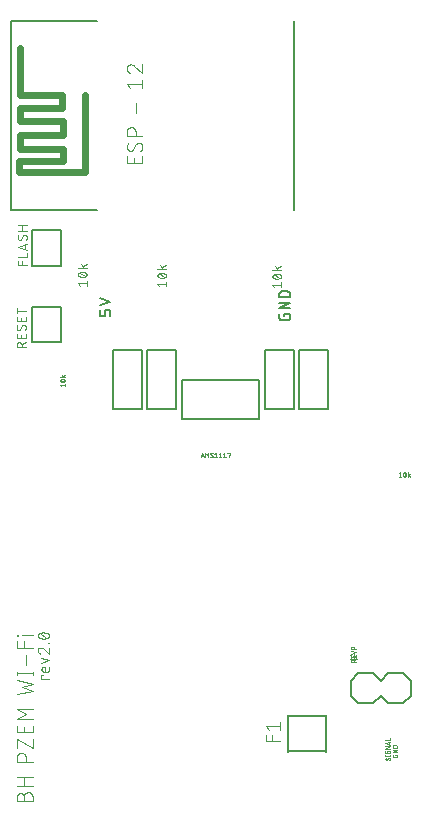
<source format=gbr>
G04 EAGLE Gerber RS-274X export*
G75*
%MOMM*%
%FSLAX34Y34*%
%LPD*%
%INSilkscreen Top*%
%IPPOS*%
%AMOC8*
5,1,8,0,0,1.08239X$1,22.5*%
G01*
%ADD10C,0.127000*%
%ADD11C,0.101600*%
%ADD12C,0.076200*%
%ADD13C,0.025400*%
%ADD14C,0.609600*%
%ADD15C,0.203200*%
%ADD16C,0.152400*%


D10*
X84711Y445243D02*
X84711Y448206D01*
X84709Y448295D01*
X84703Y448383D01*
X84693Y448471D01*
X84679Y448559D01*
X84661Y448646D01*
X84640Y448732D01*
X84614Y448817D01*
X84585Y448900D01*
X84552Y448983D01*
X84515Y449063D01*
X84475Y449142D01*
X84431Y449219D01*
X84384Y449295D01*
X84334Y449367D01*
X84280Y449438D01*
X84223Y449506D01*
X84163Y449572D01*
X84101Y449634D01*
X84035Y449694D01*
X83967Y449751D01*
X83896Y449805D01*
X83824Y449855D01*
X83749Y449902D01*
X83671Y449946D01*
X83592Y449986D01*
X83512Y450023D01*
X83429Y450056D01*
X83346Y450085D01*
X83261Y450111D01*
X83175Y450132D01*
X83088Y450150D01*
X83000Y450164D01*
X82912Y450174D01*
X82824Y450180D01*
X82735Y450182D01*
X81748Y450182D01*
X81662Y450180D01*
X81576Y450174D01*
X81490Y450165D01*
X81405Y450152D01*
X81320Y450135D01*
X81237Y450115D01*
X81154Y450091D01*
X81072Y450063D01*
X80992Y450032D01*
X80913Y449997D01*
X80836Y449959D01*
X80760Y449917D01*
X80686Y449873D01*
X80615Y449825D01*
X80545Y449774D01*
X80478Y449720D01*
X80413Y449663D01*
X80351Y449603D01*
X80291Y449541D01*
X80234Y449476D01*
X80180Y449409D01*
X80129Y449339D01*
X80081Y449268D01*
X80037Y449194D01*
X79995Y449118D01*
X79957Y449041D01*
X79922Y448962D01*
X79891Y448882D01*
X79863Y448800D01*
X79839Y448717D01*
X79819Y448634D01*
X79802Y448549D01*
X79789Y448464D01*
X79780Y448378D01*
X79774Y448292D01*
X79772Y448206D01*
X79772Y445243D01*
X75821Y445243D01*
X75821Y450182D01*
X75821Y453893D02*
X84711Y456856D01*
X75821Y459820D01*
X231767Y446426D02*
X231767Y444944D01*
X231767Y446426D02*
X236706Y446426D01*
X236706Y443462D01*
X236704Y443373D01*
X236698Y443285D01*
X236688Y443197D01*
X236674Y443109D01*
X236656Y443022D01*
X236635Y442936D01*
X236609Y442851D01*
X236580Y442768D01*
X236547Y442685D01*
X236510Y442605D01*
X236470Y442526D01*
X236426Y442449D01*
X236379Y442373D01*
X236329Y442301D01*
X236275Y442230D01*
X236218Y442162D01*
X236158Y442096D01*
X236096Y442034D01*
X236030Y441974D01*
X235962Y441917D01*
X235891Y441863D01*
X235819Y441813D01*
X235744Y441766D01*
X235666Y441722D01*
X235587Y441682D01*
X235507Y441645D01*
X235424Y441612D01*
X235341Y441583D01*
X235256Y441557D01*
X235170Y441536D01*
X235083Y441518D01*
X234995Y441504D01*
X234907Y441494D01*
X234819Y441488D01*
X234730Y441486D01*
X234730Y441487D02*
X229791Y441487D01*
X229791Y441486D02*
X229702Y441488D01*
X229614Y441494D01*
X229526Y441504D01*
X229438Y441518D01*
X229351Y441536D01*
X229265Y441557D01*
X229180Y441583D01*
X229097Y441612D01*
X229014Y441645D01*
X228934Y441682D01*
X228855Y441722D01*
X228778Y441766D01*
X228702Y441813D01*
X228630Y441863D01*
X228559Y441917D01*
X228491Y441974D01*
X228425Y442034D01*
X228363Y442096D01*
X228303Y442162D01*
X228246Y442230D01*
X228192Y442301D01*
X228142Y442373D01*
X228095Y442448D01*
X228051Y442526D01*
X228011Y442605D01*
X227974Y442685D01*
X227941Y442768D01*
X227912Y442851D01*
X227886Y442936D01*
X227865Y443022D01*
X227847Y443109D01*
X227833Y443197D01*
X227823Y443285D01*
X227817Y443373D01*
X227815Y443462D01*
X227816Y443462D02*
X227816Y446426D01*
X227816Y451240D02*
X236706Y451240D01*
X236706Y456179D02*
X227816Y451240D01*
X227816Y456179D02*
X236706Y456179D01*
X236706Y460994D02*
X227816Y460994D01*
X227816Y463463D01*
X227818Y463560D01*
X227824Y463657D01*
X227833Y463753D01*
X227846Y463849D01*
X227863Y463945D01*
X227884Y464039D01*
X227909Y464133D01*
X227937Y464226D01*
X227969Y464318D01*
X228004Y464408D01*
X228043Y464497D01*
X228085Y464584D01*
X228131Y464669D01*
X228180Y464753D01*
X228232Y464835D01*
X228288Y464914D01*
X228346Y464992D01*
X228408Y465066D01*
X228472Y465139D01*
X228539Y465209D01*
X228609Y465276D01*
X228682Y465340D01*
X228756Y465402D01*
X228834Y465460D01*
X228913Y465516D01*
X228995Y465568D01*
X229079Y465617D01*
X229164Y465663D01*
X229251Y465705D01*
X229340Y465744D01*
X229430Y465779D01*
X229522Y465811D01*
X229615Y465839D01*
X229709Y465864D01*
X229803Y465885D01*
X229899Y465902D01*
X229995Y465915D01*
X230091Y465924D01*
X230188Y465930D01*
X230285Y465932D01*
X230285Y465933D02*
X234236Y465933D01*
X234236Y465932D02*
X234333Y465930D01*
X234430Y465924D01*
X234526Y465915D01*
X234622Y465902D01*
X234718Y465885D01*
X234812Y465864D01*
X234906Y465839D01*
X234999Y465811D01*
X235091Y465779D01*
X235181Y465744D01*
X235270Y465705D01*
X235357Y465663D01*
X235442Y465617D01*
X235526Y465568D01*
X235608Y465516D01*
X235687Y465460D01*
X235765Y465402D01*
X235839Y465340D01*
X235912Y465276D01*
X235982Y465209D01*
X236049Y465139D01*
X236113Y465066D01*
X236175Y464992D01*
X236233Y464914D01*
X236289Y464835D01*
X236341Y464753D01*
X236390Y464669D01*
X236436Y464584D01*
X236478Y464497D01*
X236517Y464408D01*
X236552Y464318D01*
X236584Y464226D01*
X236612Y464133D01*
X236637Y464039D01*
X236658Y463945D01*
X236675Y463849D01*
X236688Y463753D01*
X236697Y463657D01*
X236703Y463560D01*
X236705Y463463D01*
X236706Y463463D02*
X236706Y460994D01*
D11*
X11458Y38014D02*
X11458Y34346D01*
X11458Y38014D02*
X11460Y38134D01*
X11466Y38254D01*
X11476Y38374D01*
X11489Y38493D01*
X11507Y38612D01*
X11528Y38730D01*
X11554Y38847D01*
X11583Y38964D01*
X11616Y39079D01*
X11653Y39193D01*
X11693Y39306D01*
X11737Y39418D01*
X11785Y39528D01*
X11836Y39637D01*
X11891Y39744D01*
X11950Y39848D01*
X12011Y39951D01*
X12076Y40052D01*
X12145Y40151D01*
X12216Y40248D01*
X12291Y40342D01*
X12368Y40433D01*
X12449Y40522D01*
X12533Y40608D01*
X12619Y40692D01*
X12708Y40773D01*
X12799Y40850D01*
X12893Y40925D01*
X12990Y40996D01*
X13089Y41065D01*
X13190Y41130D01*
X13293Y41191D01*
X13397Y41250D01*
X13504Y41305D01*
X13613Y41356D01*
X13723Y41404D01*
X13835Y41448D01*
X13948Y41488D01*
X14062Y41525D01*
X14177Y41558D01*
X14294Y41587D01*
X14411Y41613D01*
X14529Y41634D01*
X14648Y41652D01*
X14767Y41665D01*
X14887Y41675D01*
X15007Y41681D01*
X15127Y41683D01*
X15247Y41681D01*
X15367Y41675D01*
X15487Y41665D01*
X15606Y41652D01*
X15725Y41634D01*
X15843Y41613D01*
X15960Y41587D01*
X16077Y41558D01*
X16192Y41525D01*
X16306Y41488D01*
X16419Y41448D01*
X16531Y41404D01*
X16641Y41356D01*
X16750Y41305D01*
X16857Y41250D01*
X16962Y41191D01*
X17064Y41130D01*
X17165Y41065D01*
X17264Y40996D01*
X17361Y40925D01*
X17455Y40850D01*
X17546Y40773D01*
X17635Y40692D01*
X17721Y40608D01*
X17805Y40522D01*
X17886Y40433D01*
X17963Y40342D01*
X18038Y40248D01*
X18109Y40151D01*
X18178Y40052D01*
X18243Y39951D01*
X18304Y39849D01*
X18363Y39744D01*
X18418Y39637D01*
X18469Y39528D01*
X18517Y39418D01*
X18561Y39306D01*
X18601Y39193D01*
X18638Y39079D01*
X18671Y38964D01*
X18700Y38847D01*
X18726Y38730D01*
X18747Y38612D01*
X18765Y38493D01*
X18778Y38374D01*
X18788Y38254D01*
X18794Y38134D01*
X18796Y38014D01*
X18796Y34346D01*
X5588Y34346D01*
X5588Y38014D01*
X5590Y38121D01*
X5596Y38228D01*
X5606Y38335D01*
X5619Y38441D01*
X5637Y38547D01*
X5658Y38652D01*
X5683Y38756D01*
X5712Y38860D01*
X5745Y38962D01*
X5782Y39062D01*
X5822Y39162D01*
X5866Y39260D01*
X5913Y39356D01*
X5964Y39450D01*
X6018Y39543D01*
X6075Y39633D01*
X6136Y39722D01*
X6200Y39808D01*
X6267Y39891D01*
X6337Y39973D01*
X6410Y40051D01*
X6486Y40127D01*
X6564Y40200D01*
X6646Y40270D01*
X6729Y40337D01*
X6815Y40401D01*
X6904Y40462D01*
X6994Y40519D01*
X7087Y40573D01*
X7181Y40624D01*
X7277Y40671D01*
X7375Y40715D01*
X7475Y40755D01*
X7575Y40792D01*
X7677Y40825D01*
X7781Y40854D01*
X7885Y40879D01*
X7990Y40900D01*
X8096Y40918D01*
X8202Y40931D01*
X8309Y40941D01*
X8416Y40947D01*
X8523Y40949D01*
X8630Y40947D01*
X8737Y40941D01*
X8844Y40931D01*
X8950Y40918D01*
X9056Y40900D01*
X9161Y40879D01*
X9265Y40854D01*
X9369Y40825D01*
X9471Y40792D01*
X9571Y40755D01*
X9671Y40715D01*
X9769Y40671D01*
X9865Y40624D01*
X9959Y40573D01*
X10052Y40519D01*
X10142Y40462D01*
X10231Y40401D01*
X10317Y40337D01*
X10400Y40270D01*
X10482Y40200D01*
X10560Y40127D01*
X10636Y40051D01*
X10709Y39973D01*
X10779Y39891D01*
X10846Y39808D01*
X10910Y39722D01*
X10971Y39633D01*
X11028Y39543D01*
X11082Y39450D01*
X11133Y39356D01*
X11180Y39260D01*
X11224Y39162D01*
X11264Y39062D01*
X11301Y38962D01*
X11334Y38860D01*
X11363Y38756D01*
X11388Y38652D01*
X11409Y38547D01*
X11427Y38441D01*
X11440Y38335D01*
X11450Y38228D01*
X11456Y38121D01*
X11458Y38014D01*
X5588Y46968D02*
X18796Y46968D01*
X11458Y46968D02*
X11458Y54305D01*
X5588Y54305D02*
X18796Y54305D01*
X18796Y67630D02*
X5588Y67630D01*
X5588Y71299D01*
X5590Y71419D01*
X5596Y71539D01*
X5606Y71659D01*
X5619Y71778D01*
X5637Y71897D01*
X5658Y72015D01*
X5684Y72132D01*
X5713Y72249D01*
X5746Y72364D01*
X5783Y72478D01*
X5823Y72591D01*
X5867Y72703D01*
X5915Y72813D01*
X5966Y72922D01*
X6021Y73029D01*
X6080Y73134D01*
X6141Y73236D01*
X6206Y73337D01*
X6275Y73436D01*
X6346Y73533D01*
X6421Y73627D01*
X6498Y73718D01*
X6579Y73807D01*
X6663Y73893D01*
X6749Y73977D01*
X6838Y74058D01*
X6929Y74135D01*
X7023Y74210D01*
X7120Y74281D01*
X7219Y74350D01*
X7320Y74415D01*
X7423Y74476D01*
X7527Y74535D01*
X7634Y74590D01*
X7743Y74641D01*
X7853Y74689D01*
X7965Y74733D01*
X8078Y74773D01*
X8192Y74810D01*
X8307Y74843D01*
X8424Y74872D01*
X8541Y74898D01*
X8659Y74919D01*
X8778Y74937D01*
X8897Y74950D01*
X9017Y74960D01*
X9137Y74966D01*
X9257Y74968D01*
X9377Y74966D01*
X9497Y74960D01*
X9617Y74950D01*
X9736Y74937D01*
X9855Y74919D01*
X9973Y74898D01*
X10090Y74872D01*
X10207Y74843D01*
X10322Y74810D01*
X10436Y74773D01*
X10549Y74733D01*
X10661Y74689D01*
X10771Y74641D01*
X10880Y74590D01*
X10987Y74535D01*
X11092Y74476D01*
X11194Y74415D01*
X11295Y74350D01*
X11394Y74281D01*
X11491Y74210D01*
X11585Y74135D01*
X11676Y74058D01*
X11765Y73977D01*
X11851Y73893D01*
X11935Y73807D01*
X12016Y73718D01*
X12093Y73627D01*
X12168Y73533D01*
X12239Y73436D01*
X12308Y73337D01*
X12373Y73236D01*
X12434Y73134D01*
X12493Y73029D01*
X12548Y72922D01*
X12599Y72813D01*
X12647Y72703D01*
X12691Y72591D01*
X12731Y72478D01*
X12768Y72364D01*
X12801Y72249D01*
X12830Y72132D01*
X12856Y72015D01*
X12877Y71897D01*
X12895Y71778D01*
X12908Y71659D01*
X12918Y71539D01*
X12924Y71419D01*
X12926Y71299D01*
X12926Y67630D01*
X5588Y79398D02*
X5588Y86736D01*
X18796Y79398D01*
X18796Y86736D01*
X18796Y92224D02*
X18796Y98094D01*
X18796Y92224D02*
X5588Y92224D01*
X5588Y98094D01*
X11458Y96626D02*
X11458Y92224D01*
X5588Y103414D02*
X18796Y103414D01*
X12926Y107817D02*
X5588Y103414D01*
X12926Y107817D02*
X5588Y112220D01*
X18796Y112220D01*
X18796Y127498D02*
X5588Y124563D01*
X9991Y130433D02*
X18796Y127498D01*
X18796Y133368D02*
X9991Y130433D01*
X5588Y136303D02*
X18796Y133368D01*
X18796Y142381D02*
X5588Y142381D01*
X18796Y140914D02*
X18796Y143849D01*
X5588Y143849D02*
X5588Y140914D01*
X13660Y149073D02*
X13660Y157879D01*
X18796Y163913D02*
X5588Y163913D01*
X5588Y169783D01*
X11458Y169783D02*
X11458Y163913D01*
X9991Y174385D02*
X18796Y174385D01*
X6322Y174018D02*
X5588Y174018D01*
X5588Y174752D01*
X6322Y174752D01*
X6322Y174018D01*
D12*
X26374Y137541D02*
X32639Y137541D01*
X26374Y137541D02*
X26374Y140674D01*
X27418Y140674D01*
X32639Y145152D02*
X32639Y147762D01*
X32639Y145152D02*
X32637Y145075D01*
X32631Y144999D01*
X32622Y144922D01*
X32609Y144846D01*
X32592Y144771D01*
X32572Y144697D01*
X32547Y144624D01*
X32520Y144553D01*
X32489Y144482D01*
X32454Y144414D01*
X32416Y144347D01*
X32375Y144282D01*
X32331Y144219D01*
X32284Y144159D01*
X32233Y144100D01*
X32180Y144045D01*
X32125Y143992D01*
X32066Y143941D01*
X32006Y143894D01*
X31943Y143850D01*
X31878Y143809D01*
X31811Y143771D01*
X31743Y143736D01*
X31672Y143705D01*
X31601Y143678D01*
X31528Y143653D01*
X31454Y143633D01*
X31379Y143616D01*
X31303Y143603D01*
X31226Y143594D01*
X31150Y143588D01*
X31073Y143586D01*
X28462Y143586D01*
X28372Y143588D01*
X28283Y143594D01*
X28193Y143603D01*
X28104Y143617D01*
X28016Y143634D01*
X27929Y143655D01*
X27842Y143680D01*
X27757Y143709D01*
X27673Y143741D01*
X27591Y143776D01*
X27510Y143816D01*
X27431Y143858D01*
X27354Y143904D01*
X27279Y143954D01*
X27206Y144006D01*
X27135Y144062D01*
X27067Y144120D01*
X27002Y144182D01*
X26939Y144246D01*
X26879Y144313D01*
X26822Y144382D01*
X26768Y144454D01*
X26717Y144528D01*
X26669Y144604D01*
X26625Y144682D01*
X26584Y144762D01*
X26546Y144844D01*
X26512Y144927D01*
X26482Y145012D01*
X26455Y145098D01*
X26432Y145184D01*
X26413Y145272D01*
X26398Y145361D01*
X26386Y145450D01*
X26378Y145539D01*
X26374Y145629D01*
X26374Y145719D01*
X26378Y145809D01*
X26386Y145898D01*
X26398Y145987D01*
X26413Y146076D01*
X26432Y146164D01*
X26455Y146250D01*
X26482Y146336D01*
X26512Y146421D01*
X26546Y146504D01*
X26584Y146586D01*
X26625Y146666D01*
X26669Y146744D01*
X26717Y146820D01*
X26768Y146894D01*
X26822Y146966D01*
X26879Y147035D01*
X26939Y147102D01*
X27002Y147166D01*
X27067Y147228D01*
X27135Y147286D01*
X27206Y147342D01*
X27279Y147394D01*
X27354Y147444D01*
X27431Y147490D01*
X27510Y147532D01*
X27591Y147572D01*
X27673Y147607D01*
X27757Y147639D01*
X27842Y147668D01*
X27929Y147693D01*
X28016Y147714D01*
X28104Y147731D01*
X28193Y147745D01*
X28283Y147754D01*
X28372Y147760D01*
X28462Y147762D01*
X29506Y147762D01*
X29506Y143586D01*
X26374Y151205D02*
X32639Y153294D01*
X26374Y155382D01*
X23241Y161784D02*
X23243Y161879D01*
X23249Y161973D01*
X23258Y162067D01*
X23271Y162161D01*
X23288Y162254D01*
X23309Y162346D01*
X23334Y162438D01*
X23362Y162528D01*
X23394Y162617D01*
X23429Y162705D01*
X23468Y162791D01*
X23510Y162876D01*
X23556Y162959D01*
X23605Y163040D01*
X23657Y163119D01*
X23712Y163196D01*
X23771Y163270D01*
X23832Y163342D01*
X23896Y163412D01*
X23963Y163479D01*
X24033Y163543D01*
X24105Y163604D01*
X24179Y163663D01*
X24256Y163718D01*
X24335Y163770D01*
X24416Y163819D01*
X24499Y163865D01*
X24584Y163907D01*
X24670Y163946D01*
X24758Y163981D01*
X24847Y164013D01*
X24937Y164041D01*
X25029Y164066D01*
X25121Y164087D01*
X25214Y164104D01*
X25308Y164117D01*
X25402Y164126D01*
X25496Y164132D01*
X25591Y164134D01*
X23241Y161784D02*
X23243Y161676D01*
X23249Y161567D01*
X23259Y161459D01*
X23272Y161352D01*
X23290Y161245D01*
X23311Y161138D01*
X23336Y161033D01*
X23365Y160928D01*
X23397Y160825D01*
X23434Y160723D01*
X23474Y160622D01*
X23517Y160523D01*
X23564Y160425D01*
X23615Y160329D01*
X23669Y160235D01*
X23726Y160143D01*
X23787Y160053D01*
X23851Y159965D01*
X23917Y159880D01*
X23987Y159797D01*
X24060Y159717D01*
X24136Y159639D01*
X24214Y159564D01*
X24295Y159492D01*
X24379Y159423D01*
X24465Y159357D01*
X24553Y159294D01*
X24644Y159235D01*
X24736Y159178D01*
X24831Y159125D01*
X24928Y159076D01*
X25026Y159030D01*
X25125Y158987D01*
X25227Y158948D01*
X25329Y158913D01*
X27419Y163351D02*
X27350Y163420D01*
X27279Y163486D01*
X27206Y163550D01*
X27130Y163611D01*
X27051Y163669D01*
X26971Y163723D01*
X26888Y163775D01*
X26804Y163823D01*
X26718Y163869D01*
X26630Y163910D01*
X26540Y163949D01*
X26449Y163984D01*
X26357Y164015D01*
X26264Y164043D01*
X26170Y164067D01*
X26075Y164087D01*
X25979Y164104D01*
X25882Y164117D01*
X25785Y164126D01*
X25688Y164132D01*
X25591Y164134D01*
X27418Y163351D02*
X32639Y158913D01*
X32639Y164134D01*
X32639Y167663D02*
X32117Y167663D01*
X32117Y168185D01*
X32639Y168185D01*
X32639Y167663D01*
X27940Y171714D02*
X27755Y171716D01*
X27570Y171723D01*
X27386Y171734D01*
X27202Y171749D01*
X27018Y171769D01*
X26834Y171793D01*
X26652Y171822D01*
X26470Y171855D01*
X26289Y171892D01*
X26109Y171934D01*
X25929Y171980D01*
X25751Y172030D01*
X25575Y172084D01*
X25399Y172143D01*
X25225Y172205D01*
X25053Y172272D01*
X24882Y172343D01*
X24713Y172418D01*
X24546Y172497D01*
X24466Y172527D01*
X24387Y172560D01*
X24310Y172597D01*
X24234Y172637D01*
X24160Y172680D01*
X24088Y172726D01*
X24019Y172776D01*
X23951Y172828D01*
X23886Y172884D01*
X23823Y172942D01*
X23764Y173004D01*
X23706Y173067D01*
X23652Y173134D01*
X23601Y173202D01*
X23553Y173273D01*
X23508Y173346D01*
X23466Y173420D01*
X23428Y173497D01*
X23393Y173575D01*
X23361Y173654D01*
X23333Y173735D01*
X23309Y173817D01*
X23288Y173901D01*
X23271Y173984D01*
X23258Y174069D01*
X23249Y174154D01*
X23243Y174239D01*
X23241Y174325D01*
X23243Y174411D01*
X23249Y174496D01*
X23258Y174581D01*
X23271Y174666D01*
X23288Y174749D01*
X23309Y174833D01*
X23333Y174915D01*
X23361Y174996D01*
X23393Y175075D01*
X23428Y175153D01*
X23466Y175230D01*
X23508Y175304D01*
X23553Y175377D01*
X23601Y175448D01*
X23652Y175516D01*
X23706Y175583D01*
X23764Y175646D01*
X23823Y175708D01*
X23886Y175766D01*
X23951Y175822D01*
X24019Y175874D01*
X24088Y175924D01*
X24160Y175970D01*
X24234Y176013D01*
X24310Y176053D01*
X24387Y176090D01*
X24466Y176123D01*
X24546Y176153D01*
X24713Y176232D01*
X24882Y176307D01*
X25053Y176378D01*
X25225Y176445D01*
X25399Y176507D01*
X25575Y176566D01*
X25751Y176620D01*
X25929Y176670D01*
X26109Y176716D01*
X26289Y176758D01*
X26470Y176795D01*
X26652Y176828D01*
X26834Y176857D01*
X27018Y176881D01*
X27202Y176901D01*
X27386Y176916D01*
X27570Y176927D01*
X27755Y176934D01*
X27940Y176936D01*
X27940Y171714D02*
X28125Y171716D01*
X28310Y171723D01*
X28494Y171734D01*
X28678Y171749D01*
X28862Y171769D01*
X29046Y171793D01*
X29228Y171822D01*
X29410Y171855D01*
X29591Y171892D01*
X29771Y171934D01*
X29951Y171980D01*
X30129Y172030D01*
X30305Y172084D01*
X30481Y172143D01*
X30655Y172205D01*
X30827Y172272D01*
X30998Y172343D01*
X31167Y172418D01*
X31334Y172497D01*
X31414Y172527D01*
X31493Y172560D01*
X31570Y172597D01*
X31646Y172637D01*
X31720Y172680D01*
X31792Y172726D01*
X31861Y172776D01*
X31929Y172829D01*
X31994Y172884D01*
X32057Y172943D01*
X32116Y173004D01*
X32174Y173067D01*
X32228Y173134D01*
X32279Y173202D01*
X32327Y173273D01*
X32372Y173346D01*
X32414Y173420D01*
X32452Y173497D01*
X32487Y173575D01*
X32519Y173654D01*
X32547Y173735D01*
X32571Y173817D01*
X32592Y173901D01*
X32609Y173984D01*
X32622Y174069D01*
X32631Y174154D01*
X32637Y174239D01*
X32639Y174325D01*
X31334Y176153D02*
X31167Y176232D01*
X30998Y176307D01*
X30827Y176378D01*
X30655Y176445D01*
X30481Y176507D01*
X30305Y176566D01*
X30129Y176620D01*
X29951Y176670D01*
X29771Y176716D01*
X29591Y176758D01*
X29410Y176795D01*
X29228Y176828D01*
X29046Y176857D01*
X28862Y176881D01*
X28678Y176901D01*
X28494Y176916D01*
X28310Y176927D01*
X28125Y176934D01*
X27940Y176936D01*
X31334Y176153D02*
X31414Y176123D01*
X31493Y176090D01*
X31570Y176053D01*
X31646Y176013D01*
X31720Y175970D01*
X31792Y175924D01*
X31861Y175874D01*
X31929Y175822D01*
X31994Y175766D01*
X32057Y175708D01*
X32116Y175646D01*
X32174Y175583D01*
X32228Y175516D01*
X32279Y175448D01*
X32327Y175377D01*
X32372Y175304D01*
X32414Y175230D01*
X32452Y175153D01*
X32487Y175075D01*
X32519Y174996D01*
X32547Y174915D01*
X32571Y174833D01*
X32592Y174749D01*
X32609Y174666D01*
X32622Y174581D01*
X32631Y174496D01*
X32637Y174411D01*
X32639Y174325D01*
X30551Y172237D02*
X25329Y176413D01*
D13*
X320590Y70824D02*
X320645Y70822D01*
X320701Y70817D01*
X320755Y70808D01*
X320809Y70795D01*
X320862Y70779D01*
X320914Y70760D01*
X320965Y70737D01*
X321014Y70711D01*
X321061Y70681D01*
X321106Y70649D01*
X321148Y70614D01*
X321189Y70576D01*
X321227Y70535D01*
X321262Y70493D01*
X321294Y70448D01*
X321324Y70401D01*
X321350Y70352D01*
X321373Y70301D01*
X321392Y70249D01*
X321408Y70196D01*
X321421Y70142D01*
X321430Y70088D01*
X321435Y70032D01*
X321437Y69977D01*
X321435Y69894D01*
X321429Y69811D01*
X321420Y69729D01*
X321406Y69647D01*
X321389Y69565D01*
X321368Y69485D01*
X321343Y69406D01*
X321315Y69327D01*
X321283Y69251D01*
X321247Y69176D01*
X321209Y69102D01*
X321166Y69031D01*
X321121Y68961D01*
X321072Y68894D01*
X321020Y68829D01*
X320965Y68767D01*
X320908Y68707D01*
X318474Y68813D02*
X318419Y68815D01*
X318363Y68820D01*
X318309Y68829D01*
X318255Y68842D01*
X318202Y68858D01*
X318150Y68877D01*
X318099Y68900D01*
X318051Y68926D01*
X318003Y68956D01*
X317958Y68988D01*
X317916Y69023D01*
X317875Y69061D01*
X317837Y69102D01*
X317802Y69144D01*
X317770Y69189D01*
X317740Y69237D01*
X317714Y69285D01*
X317691Y69336D01*
X317672Y69388D01*
X317656Y69441D01*
X317643Y69495D01*
X317634Y69549D01*
X317629Y69605D01*
X317627Y69660D01*
X317629Y69739D01*
X317635Y69817D01*
X317644Y69895D01*
X317658Y69972D01*
X317675Y70049D01*
X317697Y70125D01*
X317721Y70199D01*
X317750Y70273D01*
X317782Y70344D01*
X317818Y70414D01*
X317857Y70483D01*
X317899Y70549D01*
X317945Y70613D01*
X319215Y69236D02*
X319185Y69189D01*
X319152Y69144D01*
X319116Y69101D01*
X319078Y69061D01*
X319037Y69023D01*
X318994Y68988D01*
X318948Y68956D01*
X318901Y68926D01*
X318851Y68900D01*
X318800Y68877D01*
X318748Y68858D01*
X318695Y68842D01*
X318640Y68829D01*
X318585Y68820D01*
X318530Y68815D01*
X318474Y68813D01*
X319849Y70401D02*
X319879Y70448D01*
X319912Y70493D01*
X319948Y70536D01*
X319986Y70576D01*
X320027Y70614D01*
X320070Y70649D01*
X320116Y70681D01*
X320163Y70711D01*
X320213Y70737D01*
X320264Y70760D01*
X320316Y70779D01*
X320369Y70795D01*
X320424Y70808D01*
X320479Y70817D01*
X320534Y70822D01*
X320590Y70824D01*
X319850Y70400D02*
X319215Y69236D01*
X317627Y72569D02*
X321437Y72569D01*
X321437Y72146D02*
X321437Y72993D01*
X317627Y72993D02*
X317627Y72146D01*
X319320Y76041D02*
X319320Y76676D01*
X321437Y76676D01*
X321437Y75406D01*
X321435Y75348D01*
X321429Y75291D01*
X321419Y75234D01*
X321406Y75177D01*
X321388Y75122D01*
X321367Y75069D01*
X321342Y75016D01*
X321314Y74966D01*
X321282Y74918D01*
X321247Y74871D01*
X321209Y74828D01*
X321168Y74787D01*
X321125Y74749D01*
X321078Y74714D01*
X321030Y74682D01*
X320980Y74654D01*
X320927Y74629D01*
X320874Y74608D01*
X320819Y74590D01*
X320762Y74577D01*
X320705Y74567D01*
X320648Y74561D01*
X320590Y74559D01*
X318474Y74559D01*
X318416Y74561D01*
X318359Y74567D01*
X318302Y74577D01*
X318245Y74590D01*
X318190Y74608D01*
X318137Y74629D01*
X318084Y74654D01*
X318034Y74682D01*
X317986Y74714D01*
X317939Y74749D01*
X317896Y74787D01*
X317855Y74828D01*
X317817Y74871D01*
X317782Y74918D01*
X317750Y74966D01*
X317722Y75016D01*
X317697Y75069D01*
X317676Y75122D01*
X317658Y75177D01*
X317645Y75234D01*
X317635Y75291D01*
X317629Y75348D01*
X317627Y75406D01*
X317627Y76676D01*
X317627Y78461D02*
X321437Y78461D01*
X321437Y80577D02*
X317627Y78461D01*
X317627Y80577D02*
X321437Y80577D01*
X321437Y82028D02*
X317627Y83298D01*
X321437Y84568D01*
X320485Y84251D02*
X320485Y82346D01*
X321437Y86026D02*
X317627Y86026D01*
X321437Y86026D02*
X321437Y87719D01*
X325416Y73538D02*
X325416Y72903D01*
X325416Y73538D02*
X327533Y73538D01*
X327533Y72268D01*
X327531Y72210D01*
X327525Y72153D01*
X327515Y72096D01*
X327502Y72039D01*
X327484Y71984D01*
X327463Y71931D01*
X327438Y71878D01*
X327410Y71828D01*
X327378Y71780D01*
X327343Y71733D01*
X327305Y71690D01*
X327264Y71649D01*
X327221Y71611D01*
X327174Y71576D01*
X327126Y71544D01*
X327076Y71516D01*
X327023Y71491D01*
X326970Y71470D01*
X326915Y71452D01*
X326858Y71439D01*
X326801Y71429D01*
X326744Y71423D01*
X326686Y71421D01*
X324570Y71421D01*
X324512Y71423D01*
X324455Y71429D01*
X324398Y71439D01*
X324341Y71452D01*
X324286Y71470D01*
X324233Y71491D01*
X324180Y71516D01*
X324130Y71544D01*
X324082Y71576D01*
X324035Y71611D01*
X323992Y71649D01*
X323951Y71690D01*
X323913Y71733D01*
X323878Y71780D01*
X323846Y71828D01*
X323818Y71878D01*
X323793Y71931D01*
X323772Y71984D01*
X323754Y72039D01*
X323741Y72096D01*
X323731Y72153D01*
X323725Y72210D01*
X323723Y72268D01*
X323723Y73538D01*
X323723Y75323D02*
X327533Y75323D01*
X327533Y77439D02*
X323723Y75323D01*
X323723Y77439D02*
X327533Y77439D01*
X327533Y79224D02*
X323723Y79224D01*
X323723Y80283D01*
X323725Y80347D01*
X323731Y80411D01*
X323740Y80474D01*
X323754Y80536D01*
X323771Y80598D01*
X323792Y80658D01*
X323816Y80717D01*
X323844Y80775D01*
X323876Y80830D01*
X323910Y80884D01*
X323948Y80935D01*
X323989Y80985D01*
X324033Y81031D01*
X324079Y81075D01*
X324129Y81116D01*
X324180Y81154D01*
X324234Y81188D01*
X324289Y81220D01*
X324347Y81248D01*
X324406Y81272D01*
X324466Y81293D01*
X324528Y81310D01*
X324590Y81324D01*
X324654Y81333D01*
X324717Y81339D01*
X324781Y81341D01*
X326475Y81341D01*
X326539Y81339D01*
X326603Y81333D01*
X326666Y81324D01*
X326728Y81310D01*
X326790Y81293D01*
X326850Y81272D01*
X326909Y81248D01*
X326967Y81220D01*
X327022Y81188D01*
X327076Y81154D01*
X327127Y81116D01*
X327177Y81075D01*
X327223Y81031D01*
X327267Y80985D01*
X327308Y80935D01*
X327346Y80884D01*
X327380Y80830D01*
X327412Y80775D01*
X327440Y80717D01*
X327464Y80658D01*
X327485Y80598D01*
X327502Y80536D01*
X327516Y80474D01*
X327525Y80411D01*
X327531Y80347D01*
X327533Y80283D01*
X327533Y79224D01*
X292483Y152222D02*
X288673Y152222D01*
X288673Y153280D01*
X288675Y153344D01*
X288681Y153408D01*
X288690Y153471D01*
X288704Y153533D01*
X288721Y153595D01*
X288742Y153655D01*
X288766Y153714D01*
X288794Y153772D01*
X288826Y153827D01*
X288860Y153881D01*
X288898Y153932D01*
X288939Y153982D01*
X288983Y154028D01*
X289029Y154072D01*
X289079Y154113D01*
X289130Y154151D01*
X289184Y154185D01*
X289239Y154217D01*
X289297Y154245D01*
X289356Y154269D01*
X289416Y154290D01*
X289478Y154307D01*
X289540Y154321D01*
X289603Y154330D01*
X289667Y154336D01*
X289731Y154338D01*
X289795Y154336D01*
X289859Y154330D01*
X289922Y154321D01*
X289984Y154307D01*
X290046Y154290D01*
X290106Y154269D01*
X290165Y154245D01*
X290223Y154217D01*
X290278Y154185D01*
X290332Y154151D01*
X290383Y154113D01*
X290433Y154072D01*
X290479Y154028D01*
X290523Y153982D01*
X290564Y153932D01*
X290602Y153881D01*
X290636Y153827D01*
X290668Y153772D01*
X290696Y153714D01*
X290720Y153655D01*
X290741Y153595D01*
X290758Y153533D01*
X290772Y153471D01*
X290781Y153408D01*
X290787Y153344D01*
X290789Y153280D01*
X290790Y153280D02*
X290790Y152222D01*
X290790Y153492D02*
X292483Y154339D01*
X292483Y155987D02*
X292483Y157680D01*
X292483Y155987D02*
X288673Y155987D01*
X288673Y157680D01*
X290366Y157257D02*
X290366Y155987D01*
X288673Y158817D02*
X292483Y160087D01*
X288673Y161357D01*
X288673Y162856D02*
X292483Y162856D01*
X288673Y162856D02*
X288673Y163915D01*
X288675Y163979D01*
X288681Y164043D01*
X288690Y164106D01*
X288704Y164168D01*
X288721Y164230D01*
X288742Y164290D01*
X288766Y164349D01*
X288794Y164407D01*
X288826Y164462D01*
X288860Y164516D01*
X288898Y164567D01*
X288939Y164617D01*
X288983Y164663D01*
X289029Y164707D01*
X289079Y164748D01*
X289130Y164786D01*
X289184Y164820D01*
X289239Y164852D01*
X289297Y164880D01*
X289356Y164904D01*
X289416Y164925D01*
X289478Y164942D01*
X289540Y164956D01*
X289603Y164965D01*
X289667Y164971D01*
X289731Y164973D01*
X289795Y164971D01*
X289859Y164965D01*
X289922Y164956D01*
X289984Y164942D01*
X290046Y164925D01*
X290106Y164904D01*
X290165Y164880D01*
X290223Y164852D01*
X290278Y164820D01*
X290332Y164786D01*
X290383Y164748D01*
X290433Y164707D01*
X290479Y164663D01*
X290523Y164617D01*
X290564Y164567D01*
X290602Y164516D01*
X290636Y164462D01*
X290668Y164407D01*
X290696Y164349D01*
X290720Y164290D01*
X290741Y164230D01*
X290758Y164168D01*
X290772Y164106D01*
X290781Y164043D01*
X290787Y163979D01*
X290789Y163915D01*
X290790Y163915D02*
X290790Y162856D01*
D10*
X73416Y694995D02*
X416Y694995D01*
X240416Y694995D02*
X240416Y534995D01*
X73416Y534995D02*
X416Y534995D01*
X416Y694995D01*
D14*
X7416Y566995D02*
X56416Y566995D01*
X7416Y566995D02*
X7416Y575995D01*
X44416Y575995D01*
X44416Y585995D01*
X8416Y585995D01*
X8416Y597995D01*
X44416Y597995D01*
X44416Y609995D01*
X8416Y609995D01*
X8416Y620995D01*
X43416Y620995D01*
X43416Y631995D01*
X8416Y631995D01*
X8416Y671995D01*
X57416Y566995D02*
X63416Y566995D01*
X63416Y631995D01*
D11*
X111908Y580017D02*
X111908Y574146D01*
X98700Y574146D01*
X98700Y580017D01*
X104571Y578549D02*
X104571Y574146D01*
X111908Y588766D02*
X111906Y588873D01*
X111900Y588980D01*
X111890Y589087D01*
X111877Y589193D01*
X111859Y589299D01*
X111838Y589404D01*
X111813Y589508D01*
X111784Y589612D01*
X111751Y589714D01*
X111714Y589814D01*
X111674Y589914D01*
X111630Y590012D01*
X111583Y590108D01*
X111532Y590202D01*
X111478Y590295D01*
X111421Y590385D01*
X111360Y590474D01*
X111296Y590560D01*
X111229Y590643D01*
X111159Y590725D01*
X111086Y590803D01*
X111010Y590879D01*
X110932Y590952D01*
X110850Y591022D01*
X110767Y591089D01*
X110681Y591153D01*
X110592Y591214D01*
X110502Y591271D01*
X110409Y591325D01*
X110315Y591376D01*
X110219Y591423D01*
X110121Y591467D01*
X110021Y591507D01*
X109921Y591544D01*
X109819Y591577D01*
X109715Y591606D01*
X109611Y591631D01*
X109506Y591652D01*
X109400Y591670D01*
X109294Y591683D01*
X109187Y591693D01*
X109080Y591699D01*
X108973Y591701D01*
X111908Y588766D02*
X111906Y588613D01*
X111900Y588460D01*
X111891Y588307D01*
X111878Y588155D01*
X111861Y588003D01*
X111840Y587851D01*
X111816Y587700D01*
X111788Y587550D01*
X111756Y587400D01*
X111720Y587252D01*
X111681Y587104D01*
X111638Y586957D01*
X111592Y586811D01*
X111542Y586667D01*
X111488Y586523D01*
X111431Y586381D01*
X111371Y586241D01*
X111306Y586102D01*
X111239Y585965D01*
X111168Y585829D01*
X111094Y585695D01*
X111017Y585563D01*
X110936Y585433D01*
X110852Y585305D01*
X110765Y585179D01*
X110675Y585056D01*
X110582Y584934D01*
X110486Y584815D01*
X110387Y584699D01*
X110286Y584584D01*
X110181Y584473D01*
X110074Y584364D01*
X101635Y584731D02*
X101528Y584733D01*
X101421Y584739D01*
X101314Y584749D01*
X101208Y584762D01*
X101102Y584780D01*
X100997Y584801D01*
X100893Y584826D01*
X100789Y584855D01*
X100687Y584888D01*
X100587Y584925D01*
X100487Y584965D01*
X100389Y585009D01*
X100293Y585056D01*
X100199Y585107D01*
X100106Y585161D01*
X100016Y585218D01*
X99927Y585279D01*
X99841Y585343D01*
X99758Y585410D01*
X99676Y585480D01*
X99598Y585553D01*
X99522Y585629D01*
X99449Y585707D01*
X99379Y585789D01*
X99312Y585872D01*
X99248Y585958D01*
X99187Y586047D01*
X99130Y586137D01*
X99076Y586230D01*
X99025Y586324D01*
X98978Y586420D01*
X98934Y586518D01*
X98894Y586618D01*
X98857Y586718D01*
X98824Y586820D01*
X98795Y586924D01*
X98770Y587028D01*
X98749Y587133D01*
X98731Y587239D01*
X98718Y587345D01*
X98708Y587452D01*
X98702Y587559D01*
X98700Y587666D01*
X98701Y587666D02*
X98703Y587814D01*
X98709Y587961D01*
X98719Y588108D01*
X98733Y588255D01*
X98750Y588402D01*
X98772Y588547D01*
X98798Y588693D01*
X98827Y588837D01*
X98860Y588981D01*
X98898Y589124D01*
X98939Y589266D01*
X98983Y589406D01*
X99032Y589546D01*
X99084Y589684D01*
X99140Y589820D01*
X99200Y589955D01*
X99263Y590088D01*
X99330Y590220D01*
X99400Y590350D01*
X99473Y590478D01*
X99551Y590603D01*
X99631Y590727D01*
X99715Y590849D01*
X99802Y590968D01*
X104203Y586198D02*
X104147Y586107D01*
X104088Y586018D01*
X104026Y585931D01*
X103961Y585847D01*
X103893Y585764D01*
X103822Y585685D01*
X103748Y585608D01*
X103671Y585534D01*
X103592Y585462D01*
X103510Y585394D01*
X103426Y585328D01*
X103339Y585265D01*
X103251Y585206D01*
X103160Y585150D01*
X103067Y585097D01*
X102973Y585047D01*
X102877Y585001D01*
X102779Y584958D01*
X102680Y584919D01*
X102579Y584883D01*
X102477Y584851D01*
X102374Y584823D01*
X102270Y584799D01*
X102166Y584778D01*
X102060Y584761D01*
X101955Y584747D01*
X101848Y584738D01*
X101742Y584732D01*
X101635Y584730D01*
X106405Y590233D02*
X106461Y590324D01*
X106520Y590413D01*
X106582Y590500D01*
X106647Y590585D01*
X106715Y590667D01*
X106786Y590746D01*
X106860Y590823D01*
X106937Y590897D01*
X107016Y590969D01*
X107098Y591037D01*
X107182Y591103D01*
X107269Y591166D01*
X107357Y591225D01*
X107448Y591281D01*
X107541Y591334D01*
X107635Y591384D01*
X107731Y591430D01*
X107829Y591473D01*
X107928Y591512D01*
X108029Y591548D01*
X108131Y591580D01*
X108234Y591608D01*
X108338Y591632D01*
X108442Y591653D01*
X108548Y591670D01*
X108653Y591684D01*
X108760Y591693D01*
X108866Y591699D01*
X108973Y591701D01*
X106405Y590234D02*
X104204Y586198D01*
X98700Y597345D02*
X111908Y597345D01*
X98700Y597345D02*
X98700Y601014D01*
X98702Y601134D01*
X98708Y601254D01*
X98718Y601374D01*
X98731Y601493D01*
X98749Y601612D01*
X98770Y601730D01*
X98796Y601847D01*
X98825Y601964D01*
X98858Y602079D01*
X98895Y602193D01*
X98935Y602306D01*
X98979Y602418D01*
X99027Y602528D01*
X99078Y602637D01*
X99133Y602744D01*
X99192Y602849D01*
X99253Y602951D01*
X99318Y603052D01*
X99387Y603151D01*
X99458Y603248D01*
X99533Y603342D01*
X99610Y603433D01*
X99691Y603522D01*
X99775Y603608D01*
X99861Y603692D01*
X99950Y603773D01*
X100041Y603850D01*
X100135Y603925D01*
X100232Y603996D01*
X100331Y604065D01*
X100432Y604130D01*
X100535Y604191D01*
X100639Y604250D01*
X100746Y604305D01*
X100855Y604356D01*
X100965Y604404D01*
X101077Y604448D01*
X101190Y604488D01*
X101304Y604525D01*
X101419Y604558D01*
X101536Y604587D01*
X101653Y604613D01*
X101771Y604634D01*
X101890Y604652D01*
X102009Y604665D01*
X102129Y604675D01*
X102249Y604681D01*
X102369Y604683D01*
X102489Y604681D01*
X102609Y604675D01*
X102729Y604665D01*
X102848Y604652D01*
X102967Y604634D01*
X103085Y604613D01*
X103202Y604587D01*
X103319Y604558D01*
X103434Y604525D01*
X103548Y604488D01*
X103661Y604448D01*
X103773Y604404D01*
X103883Y604356D01*
X103992Y604305D01*
X104099Y604250D01*
X104204Y604191D01*
X104306Y604130D01*
X104407Y604065D01*
X104506Y603996D01*
X104603Y603925D01*
X104697Y603850D01*
X104788Y603773D01*
X104877Y603692D01*
X104963Y603608D01*
X105047Y603522D01*
X105128Y603433D01*
X105205Y603342D01*
X105280Y603248D01*
X105351Y603151D01*
X105420Y603052D01*
X105485Y602951D01*
X105546Y602849D01*
X105605Y602744D01*
X105660Y602637D01*
X105711Y602528D01*
X105759Y602418D01*
X105803Y602306D01*
X105843Y602193D01*
X105880Y602079D01*
X105913Y601964D01*
X105942Y601847D01*
X105968Y601730D01*
X105989Y601612D01*
X106007Y601493D01*
X106020Y601374D01*
X106030Y601254D01*
X106036Y601134D01*
X106038Y601014D01*
X106038Y597345D01*
X106772Y616487D02*
X106772Y625293D01*
X101635Y637704D02*
X98700Y641372D01*
X111908Y641372D01*
X111908Y637704D02*
X111908Y645041D01*
X102002Y657843D02*
X101889Y657841D01*
X101777Y657835D01*
X101664Y657826D01*
X101552Y657812D01*
X101441Y657795D01*
X101330Y657774D01*
X101220Y657749D01*
X101111Y657721D01*
X101003Y657688D01*
X100896Y657652D01*
X100791Y657613D01*
X100686Y657570D01*
X100584Y657523D01*
X100483Y657473D01*
X100384Y657419D01*
X100286Y657362D01*
X100191Y657302D01*
X100098Y657239D01*
X100007Y657172D01*
X99918Y657102D01*
X99832Y657030D01*
X99748Y656954D01*
X99667Y656876D01*
X99589Y656795D01*
X99513Y656711D01*
X99441Y656625D01*
X99371Y656536D01*
X99304Y656445D01*
X99241Y656352D01*
X99181Y656257D01*
X99124Y656159D01*
X99070Y656060D01*
X99020Y655959D01*
X98973Y655857D01*
X98930Y655752D01*
X98891Y655647D01*
X98855Y655540D01*
X98822Y655432D01*
X98794Y655323D01*
X98769Y655213D01*
X98748Y655102D01*
X98731Y654991D01*
X98717Y654879D01*
X98708Y654766D01*
X98702Y654654D01*
X98700Y654541D01*
X98702Y654414D01*
X98708Y654287D01*
X98717Y654160D01*
X98730Y654034D01*
X98747Y653908D01*
X98768Y653783D01*
X98793Y653658D01*
X98821Y653535D01*
X98853Y653412D01*
X98889Y653290D01*
X98928Y653169D01*
X98971Y653049D01*
X99017Y652931D01*
X99067Y652814D01*
X99121Y652699D01*
X99178Y652586D01*
X99238Y652474D01*
X99301Y652364D01*
X99368Y652256D01*
X99438Y652150D01*
X99511Y652046D01*
X99588Y651944D01*
X99667Y651845D01*
X99749Y651748D01*
X99834Y651654D01*
X99922Y651562D01*
X100012Y651473D01*
X100106Y651387D01*
X100201Y651303D01*
X100299Y651223D01*
X100400Y651145D01*
X100503Y651070D01*
X100608Y650999D01*
X100715Y650931D01*
X100824Y650866D01*
X100935Y650804D01*
X101048Y650745D01*
X101162Y650690D01*
X101278Y650639D01*
X101396Y650591D01*
X101515Y650546D01*
X101635Y650505D01*
X104570Y656742D02*
X104490Y656824D01*
X104407Y656903D01*
X104321Y656980D01*
X104233Y657054D01*
X104142Y657124D01*
X104050Y657192D01*
X103955Y657257D01*
X103858Y657319D01*
X103759Y657377D01*
X103658Y657433D01*
X103556Y657485D01*
X103452Y657533D01*
X103346Y657578D01*
X103239Y657620D01*
X103131Y657659D01*
X103021Y657693D01*
X102911Y657725D01*
X102799Y657752D01*
X102687Y657776D01*
X102574Y657797D01*
X102460Y657813D01*
X102346Y657826D01*
X102232Y657836D01*
X102117Y657841D01*
X102002Y657843D01*
X104571Y656742D02*
X111908Y650505D01*
X111908Y657843D01*
D12*
X221875Y471177D02*
X223511Y469131D01*
X221875Y471177D02*
X229241Y471177D01*
X229241Y469131D02*
X229241Y473223D01*
X225558Y476447D02*
X225405Y476449D01*
X225252Y476455D01*
X225100Y476464D01*
X224947Y476478D01*
X224795Y476495D01*
X224644Y476516D01*
X224493Y476541D01*
X224343Y476570D01*
X224193Y476602D01*
X224045Y476639D01*
X223897Y476679D01*
X223750Y476722D01*
X223605Y476770D01*
X223461Y476821D01*
X223318Y476875D01*
X223176Y476934D01*
X223037Y476995D01*
X222898Y477061D01*
X222898Y477060D02*
X222828Y477086D01*
X222758Y477116D01*
X222691Y477149D01*
X222625Y477185D01*
X222561Y477224D01*
X222499Y477267D01*
X222440Y477313D01*
X222382Y477361D01*
X222328Y477412D01*
X222275Y477466D01*
X222226Y477523D01*
X222179Y477582D01*
X222136Y477643D01*
X222095Y477706D01*
X222058Y477771D01*
X222023Y477838D01*
X221993Y477907D01*
X221965Y477977D01*
X221942Y478048D01*
X221921Y478120D01*
X221905Y478193D01*
X221892Y478267D01*
X221882Y478342D01*
X221877Y478417D01*
X221875Y478492D01*
X221877Y478567D01*
X221882Y478642D01*
X221892Y478717D01*
X221905Y478791D01*
X221921Y478864D01*
X221942Y478936D01*
X221965Y479007D01*
X221993Y479077D01*
X222023Y479146D01*
X222058Y479213D01*
X222095Y479278D01*
X222136Y479341D01*
X222179Y479402D01*
X222226Y479461D01*
X222275Y479518D01*
X222328Y479572D01*
X222382Y479623D01*
X222440Y479672D01*
X222499Y479717D01*
X222561Y479760D01*
X222625Y479799D01*
X222691Y479836D01*
X222759Y479868D01*
X222828Y479898D01*
X222898Y479924D01*
X222898Y479925D02*
X223036Y479990D01*
X223176Y480052D01*
X223318Y480110D01*
X223461Y480165D01*
X223605Y480216D01*
X223750Y480264D01*
X223897Y480307D01*
X224044Y480347D01*
X224193Y480384D01*
X224343Y480416D01*
X224493Y480445D01*
X224644Y480470D01*
X224795Y480491D01*
X224947Y480508D01*
X225100Y480522D01*
X225252Y480531D01*
X225405Y480537D01*
X225558Y480539D01*
X225558Y476447D02*
X225711Y476449D01*
X225864Y476455D01*
X226016Y476464D01*
X226169Y476478D01*
X226321Y476495D01*
X226472Y476516D01*
X226623Y476541D01*
X226773Y476570D01*
X226923Y476602D01*
X227071Y476639D01*
X227219Y476679D01*
X227366Y476722D01*
X227511Y476770D01*
X227655Y476821D01*
X227798Y476875D01*
X227940Y476934D01*
X228079Y476995D01*
X228218Y477061D01*
X228217Y477060D02*
X228288Y477086D01*
X228357Y477116D01*
X228424Y477149D01*
X228490Y477185D01*
X228554Y477224D01*
X228616Y477267D01*
X228675Y477313D01*
X228733Y477361D01*
X228787Y477412D01*
X228840Y477466D01*
X228889Y477523D01*
X228936Y477582D01*
X228979Y477643D01*
X229020Y477706D01*
X229057Y477771D01*
X229092Y477838D01*
X229122Y477907D01*
X229150Y477977D01*
X229173Y478048D01*
X229194Y478120D01*
X229210Y478193D01*
X229223Y478267D01*
X229233Y478342D01*
X229238Y478417D01*
X229240Y478492D01*
X228218Y479924D02*
X228080Y479989D01*
X227940Y480051D01*
X227798Y480109D01*
X227655Y480164D01*
X227511Y480215D01*
X227366Y480263D01*
X227219Y480306D01*
X227072Y480346D01*
X226923Y480383D01*
X226773Y480415D01*
X226623Y480444D01*
X226472Y480469D01*
X226321Y480490D01*
X226169Y480507D01*
X226016Y480521D01*
X225864Y480530D01*
X225711Y480536D01*
X225558Y480538D01*
X228217Y479924D02*
X228287Y479898D01*
X228357Y479868D01*
X228424Y479835D01*
X228490Y479799D01*
X228554Y479760D01*
X228616Y479717D01*
X228675Y479671D01*
X228733Y479623D01*
X228787Y479572D01*
X228840Y479518D01*
X228889Y479461D01*
X228936Y479402D01*
X228979Y479341D01*
X229020Y479278D01*
X229057Y479213D01*
X229092Y479146D01*
X229122Y479077D01*
X229150Y479007D01*
X229173Y478936D01*
X229194Y478864D01*
X229210Y478791D01*
X229223Y478717D01*
X229233Y478642D01*
X229238Y478567D01*
X229240Y478492D01*
X227604Y476856D02*
X223511Y480129D01*
X221875Y484021D02*
X229241Y484021D01*
X226785Y484021D02*
X224330Y487295D01*
X225762Y485453D02*
X229241Y487295D01*
X126191Y469849D02*
X124555Y471896D01*
X131921Y471896D01*
X131921Y473942D02*
X131921Y469849D01*
X128238Y477165D02*
X128085Y477167D01*
X127932Y477173D01*
X127780Y477182D01*
X127627Y477196D01*
X127475Y477213D01*
X127324Y477234D01*
X127173Y477259D01*
X127023Y477288D01*
X126873Y477320D01*
X126725Y477357D01*
X126577Y477397D01*
X126430Y477440D01*
X126285Y477488D01*
X126141Y477539D01*
X125998Y477593D01*
X125856Y477652D01*
X125717Y477713D01*
X125578Y477779D01*
X125508Y477805D01*
X125438Y477835D01*
X125371Y477868D01*
X125305Y477904D01*
X125241Y477943D01*
X125179Y477986D01*
X125120Y478032D01*
X125062Y478080D01*
X125008Y478131D01*
X124955Y478185D01*
X124906Y478242D01*
X124859Y478301D01*
X124816Y478362D01*
X124775Y478425D01*
X124738Y478490D01*
X124703Y478557D01*
X124673Y478626D01*
X124645Y478696D01*
X124622Y478767D01*
X124601Y478839D01*
X124585Y478912D01*
X124572Y478986D01*
X124562Y479061D01*
X124557Y479136D01*
X124555Y479211D01*
X124557Y479286D01*
X124562Y479361D01*
X124572Y479436D01*
X124585Y479510D01*
X124601Y479583D01*
X124622Y479655D01*
X124645Y479726D01*
X124673Y479796D01*
X124703Y479865D01*
X124738Y479932D01*
X124775Y479997D01*
X124816Y480060D01*
X124859Y480121D01*
X124906Y480180D01*
X124955Y480237D01*
X125008Y480291D01*
X125062Y480342D01*
X125120Y480391D01*
X125179Y480436D01*
X125241Y480479D01*
X125305Y480518D01*
X125371Y480555D01*
X125439Y480587D01*
X125508Y480617D01*
X125578Y480643D01*
X125716Y480708D01*
X125856Y480770D01*
X125998Y480828D01*
X126141Y480883D01*
X126285Y480934D01*
X126430Y480982D01*
X126577Y481025D01*
X126724Y481065D01*
X126873Y481102D01*
X127023Y481134D01*
X127173Y481163D01*
X127324Y481188D01*
X127475Y481209D01*
X127627Y481226D01*
X127780Y481240D01*
X127932Y481249D01*
X128085Y481255D01*
X128238Y481257D01*
X128238Y477165D02*
X128391Y477167D01*
X128544Y477173D01*
X128696Y477182D01*
X128849Y477196D01*
X129001Y477213D01*
X129152Y477234D01*
X129303Y477259D01*
X129453Y477288D01*
X129603Y477320D01*
X129751Y477357D01*
X129899Y477397D01*
X130046Y477440D01*
X130191Y477488D01*
X130335Y477539D01*
X130478Y477593D01*
X130620Y477652D01*
X130759Y477713D01*
X130898Y477779D01*
X130897Y477779D02*
X130968Y477805D01*
X131037Y477835D01*
X131104Y477868D01*
X131170Y477904D01*
X131234Y477943D01*
X131296Y477986D01*
X131355Y478032D01*
X131413Y478080D01*
X131467Y478131D01*
X131520Y478185D01*
X131569Y478242D01*
X131616Y478301D01*
X131659Y478362D01*
X131700Y478425D01*
X131737Y478490D01*
X131772Y478557D01*
X131802Y478626D01*
X131830Y478696D01*
X131853Y478767D01*
X131874Y478839D01*
X131890Y478912D01*
X131903Y478986D01*
X131913Y479061D01*
X131918Y479136D01*
X131920Y479211D01*
X130898Y480643D02*
X130760Y480708D01*
X130620Y480770D01*
X130478Y480828D01*
X130335Y480883D01*
X130191Y480934D01*
X130046Y480982D01*
X129899Y481025D01*
X129752Y481065D01*
X129603Y481102D01*
X129453Y481134D01*
X129303Y481163D01*
X129152Y481188D01*
X129001Y481209D01*
X128849Y481226D01*
X128696Y481240D01*
X128544Y481249D01*
X128391Y481255D01*
X128238Y481257D01*
X130897Y480643D02*
X130967Y480617D01*
X131037Y480587D01*
X131104Y480554D01*
X131170Y480518D01*
X131234Y480479D01*
X131296Y480436D01*
X131355Y480390D01*
X131413Y480342D01*
X131467Y480291D01*
X131520Y480237D01*
X131569Y480180D01*
X131616Y480121D01*
X131659Y480060D01*
X131700Y479997D01*
X131737Y479932D01*
X131772Y479865D01*
X131802Y479796D01*
X131830Y479726D01*
X131853Y479655D01*
X131874Y479583D01*
X131890Y479510D01*
X131903Y479436D01*
X131913Y479361D01*
X131918Y479286D01*
X131920Y479211D01*
X130284Y477574D02*
X126191Y480848D01*
X124555Y484739D02*
X131921Y484739D01*
X129465Y484739D02*
X127010Y488013D01*
X128442Y486172D02*
X131921Y488013D01*
X58920Y470617D02*
X57284Y472663D01*
X64650Y472663D01*
X64650Y470617D02*
X64650Y474709D01*
X60967Y477932D02*
X60814Y477934D01*
X60661Y477940D01*
X60509Y477949D01*
X60356Y477963D01*
X60204Y477980D01*
X60053Y478001D01*
X59902Y478026D01*
X59752Y478055D01*
X59602Y478087D01*
X59454Y478124D01*
X59306Y478164D01*
X59159Y478207D01*
X59014Y478255D01*
X58870Y478306D01*
X58727Y478360D01*
X58585Y478419D01*
X58446Y478480D01*
X58307Y478546D01*
X58237Y478572D01*
X58167Y478602D01*
X58100Y478635D01*
X58034Y478671D01*
X57970Y478710D01*
X57908Y478753D01*
X57849Y478799D01*
X57791Y478847D01*
X57737Y478898D01*
X57684Y478952D01*
X57635Y479009D01*
X57588Y479068D01*
X57545Y479129D01*
X57504Y479192D01*
X57467Y479257D01*
X57432Y479324D01*
X57402Y479393D01*
X57374Y479463D01*
X57351Y479534D01*
X57330Y479606D01*
X57314Y479679D01*
X57301Y479753D01*
X57291Y479828D01*
X57286Y479903D01*
X57284Y479978D01*
X57286Y480053D01*
X57291Y480128D01*
X57301Y480203D01*
X57314Y480277D01*
X57330Y480350D01*
X57351Y480422D01*
X57374Y480493D01*
X57402Y480563D01*
X57432Y480632D01*
X57467Y480699D01*
X57504Y480764D01*
X57545Y480827D01*
X57588Y480888D01*
X57635Y480947D01*
X57684Y481004D01*
X57737Y481058D01*
X57791Y481109D01*
X57849Y481158D01*
X57908Y481203D01*
X57970Y481246D01*
X58034Y481285D01*
X58100Y481322D01*
X58168Y481354D01*
X58237Y481384D01*
X58307Y481410D01*
X58445Y481475D01*
X58585Y481537D01*
X58727Y481595D01*
X58870Y481650D01*
X59014Y481701D01*
X59159Y481749D01*
X59306Y481792D01*
X59453Y481832D01*
X59602Y481869D01*
X59752Y481901D01*
X59902Y481930D01*
X60053Y481955D01*
X60204Y481976D01*
X60356Y481993D01*
X60509Y482007D01*
X60661Y482016D01*
X60814Y482022D01*
X60967Y482024D01*
X60967Y477932D02*
X61120Y477934D01*
X61273Y477940D01*
X61425Y477949D01*
X61578Y477963D01*
X61730Y477980D01*
X61881Y478001D01*
X62032Y478026D01*
X62182Y478055D01*
X62332Y478087D01*
X62480Y478124D01*
X62628Y478164D01*
X62775Y478207D01*
X62920Y478255D01*
X63064Y478306D01*
X63207Y478360D01*
X63349Y478419D01*
X63488Y478480D01*
X63627Y478546D01*
X63626Y478546D02*
X63697Y478572D01*
X63766Y478602D01*
X63833Y478635D01*
X63899Y478671D01*
X63963Y478710D01*
X64025Y478753D01*
X64084Y478799D01*
X64142Y478847D01*
X64196Y478898D01*
X64249Y478952D01*
X64298Y479009D01*
X64345Y479068D01*
X64388Y479129D01*
X64429Y479192D01*
X64466Y479257D01*
X64501Y479324D01*
X64531Y479393D01*
X64559Y479463D01*
X64582Y479534D01*
X64603Y479606D01*
X64619Y479679D01*
X64632Y479753D01*
X64642Y479828D01*
X64647Y479903D01*
X64649Y479978D01*
X63627Y481410D02*
X63489Y481475D01*
X63349Y481537D01*
X63207Y481595D01*
X63064Y481650D01*
X62920Y481701D01*
X62775Y481749D01*
X62628Y481792D01*
X62481Y481832D01*
X62332Y481869D01*
X62182Y481901D01*
X62032Y481930D01*
X61881Y481955D01*
X61730Y481976D01*
X61578Y481993D01*
X61425Y482007D01*
X61273Y482016D01*
X61120Y482022D01*
X60967Y482024D01*
X63626Y481410D02*
X63696Y481384D01*
X63766Y481354D01*
X63833Y481321D01*
X63899Y481285D01*
X63963Y481246D01*
X64025Y481203D01*
X64084Y481157D01*
X64142Y481109D01*
X64196Y481058D01*
X64249Y481004D01*
X64298Y480947D01*
X64345Y480888D01*
X64388Y480827D01*
X64429Y480764D01*
X64466Y480699D01*
X64501Y480632D01*
X64531Y480563D01*
X64559Y480493D01*
X64582Y480422D01*
X64603Y480350D01*
X64619Y480277D01*
X64632Y480203D01*
X64642Y480128D01*
X64647Y480053D01*
X64649Y479978D01*
X63013Y478341D02*
X58920Y481615D01*
X57284Y485507D02*
X64650Y485507D01*
X62194Y485507D02*
X59739Y488780D01*
X61171Y486939D02*
X64650Y488780D01*
D13*
X42283Y386526D02*
X43130Y385468D01*
X42283Y386526D02*
X46093Y386526D01*
X46093Y385468D02*
X46093Y387585D01*
X44188Y389125D02*
X44078Y389127D01*
X43969Y389133D01*
X43860Y389142D01*
X43751Y389156D01*
X43643Y389173D01*
X43535Y389194D01*
X43429Y389218D01*
X43323Y389247D01*
X43218Y389279D01*
X43114Y389314D01*
X43012Y389353D01*
X42911Y389396D01*
X42812Y389443D01*
X42762Y389463D01*
X42713Y389485D01*
X42665Y389511D01*
X42620Y389540D01*
X42577Y389573D01*
X42536Y389608D01*
X42497Y389646D01*
X42462Y389686D01*
X42429Y389729D01*
X42399Y389774D01*
X42372Y389821D01*
X42349Y389869D01*
X42329Y389919D01*
X42313Y389971D01*
X42300Y390023D01*
X42290Y390076D01*
X42285Y390130D01*
X42283Y390184D01*
X42285Y390238D01*
X42290Y390292D01*
X42300Y390345D01*
X42313Y390397D01*
X42329Y390449D01*
X42349Y390499D01*
X42372Y390547D01*
X42399Y390594D01*
X42429Y390639D01*
X42462Y390682D01*
X42497Y390722D01*
X42536Y390760D01*
X42577Y390795D01*
X42620Y390828D01*
X42665Y390857D01*
X42713Y390883D01*
X42762Y390905D01*
X42812Y390925D01*
X42911Y390972D01*
X43012Y391015D01*
X43114Y391054D01*
X43218Y391089D01*
X43323Y391121D01*
X43429Y391150D01*
X43535Y391174D01*
X43643Y391195D01*
X43751Y391212D01*
X43860Y391226D01*
X43969Y391235D01*
X44078Y391241D01*
X44188Y391243D01*
X44188Y389125D02*
X44298Y389127D01*
X44407Y389133D01*
X44516Y389142D01*
X44625Y389156D01*
X44733Y389173D01*
X44841Y389194D01*
X44947Y389218D01*
X45053Y389247D01*
X45158Y389279D01*
X45262Y389314D01*
X45364Y389353D01*
X45465Y389396D01*
X45564Y389443D01*
X45614Y389463D01*
X45663Y389485D01*
X45711Y389511D01*
X45756Y389540D01*
X45799Y389573D01*
X45840Y389608D01*
X45879Y389646D01*
X45914Y389686D01*
X45947Y389729D01*
X45977Y389774D01*
X46004Y389821D01*
X46027Y389869D01*
X46047Y389920D01*
X46063Y389971D01*
X46076Y390023D01*
X46086Y390076D01*
X46091Y390130D01*
X46093Y390184D01*
X45564Y390925D02*
X45465Y390972D01*
X45364Y391015D01*
X45262Y391054D01*
X45158Y391089D01*
X45053Y391121D01*
X44947Y391150D01*
X44841Y391174D01*
X44733Y391195D01*
X44625Y391212D01*
X44516Y391226D01*
X44407Y391235D01*
X44298Y391241D01*
X44188Y391243D01*
X45564Y390925D02*
X45614Y390905D01*
X45663Y390883D01*
X45711Y390857D01*
X45756Y390828D01*
X45799Y390795D01*
X45840Y390760D01*
X45879Y390722D01*
X45914Y390682D01*
X45947Y390639D01*
X45977Y390594D01*
X46004Y390547D01*
X46027Y390499D01*
X46047Y390448D01*
X46063Y390397D01*
X46076Y390345D01*
X46086Y390292D01*
X46091Y390238D01*
X46093Y390184D01*
X45246Y389337D02*
X43130Y391031D01*
X42283Y392912D02*
X46093Y392912D01*
X44823Y392912D02*
X43553Y394605D01*
X44294Y393652D02*
X46093Y394605D01*
D10*
X43123Y422555D02*
X18123Y422555D01*
X43123Y422555D02*
X43123Y452555D01*
X18123Y452555D01*
X18123Y422555D01*
D11*
X13158Y418288D02*
X5284Y418288D01*
X5284Y420475D01*
X5286Y420568D01*
X5292Y420660D01*
X5302Y420753D01*
X5315Y420845D01*
X5333Y420936D01*
X5355Y421026D01*
X5380Y421115D01*
X5409Y421204D01*
X5442Y421290D01*
X5478Y421376D01*
X5518Y421460D01*
X5562Y421542D01*
X5609Y421622D01*
X5659Y421700D01*
X5713Y421775D01*
X5769Y421849D01*
X5829Y421920D01*
X5892Y421988D01*
X5958Y422054D01*
X6026Y422117D01*
X6097Y422177D01*
X6171Y422233D01*
X6246Y422287D01*
X6324Y422337D01*
X6404Y422384D01*
X6486Y422428D01*
X6570Y422468D01*
X6656Y422504D01*
X6742Y422537D01*
X6831Y422566D01*
X6920Y422591D01*
X7010Y422613D01*
X7101Y422631D01*
X7193Y422644D01*
X7286Y422654D01*
X7378Y422660D01*
X7471Y422662D01*
X7564Y422660D01*
X7656Y422654D01*
X7749Y422644D01*
X7841Y422631D01*
X7932Y422613D01*
X8022Y422591D01*
X8111Y422566D01*
X8200Y422537D01*
X8286Y422504D01*
X8372Y422468D01*
X8456Y422428D01*
X8538Y422384D01*
X8618Y422337D01*
X8696Y422287D01*
X8771Y422233D01*
X8845Y422177D01*
X8916Y422117D01*
X8984Y422054D01*
X9050Y421988D01*
X9113Y421920D01*
X9173Y421849D01*
X9229Y421775D01*
X9283Y421700D01*
X9333Y421622D01*
X9380Y421542D01*
X9424Y421460D01*
X9464Y421376D01*
X9500Y421290D01*
X9533Y421204D01*
X9562Y421115D01*
X9587Y421026D01*
X9609Y420936D01*
X9627Y420845D01*
X9640Y420753D01*
X9650Y420660D01*
X9656Y420568D01*
X9658Y420475D01*
X9659Y420475D02*
X9659Y418288D01*
X9659Y420913D02*
X13158Y422662D01*
X13158Y426512D02*
X13158Y430012D01*
X13158Y426512D02*
X5284Y426512D01*
X5284Y430012D01*
X8784Y429137D02*
X8784Y426512D01*
X13158Y435519D02*
X13156Y435600D01*
X13151Y435680D01*
X13141Y435761D01*
X13128Y435841D01*
X13112Y435920D01*
X13091Y435998D01*
X13067Y436075D01*
X13040Y436151D01*
X13009Y436226D01*
X12975Y436299D01*
X12937Y436371D01*
X12896Y436440D01*
X12852Y436508D01*
X12805Y436574D01*
X12754Y436637D01*
X12701Y436698D01*
X12645Y436756D01*
X12587Y436812D01*
X12526Y436865D01*
X12463Y436916D01*
X12397Y436963D01*
X12329Y437007D01*
X12260Y437048D01*
X12188Y437086D01*
X12115Y437120D01*
X12040Y437151D01*
X11964Y437178D01*
X11887Y437202D01*
X11809Y437223D01*
X11730Y437239D01*
X11650Y437252D01*
X11569Y437262D01*
X11489Y437267D01*
X11408Y437269D01*
X13158Y435519D02*
X13156Y435402D01*
X13151Y435286D01*
X13141Y435169D01*
X13129Y435053D01*
X13112Y434938D01*
X13092Y434823D01*
X13068Y434709D01*
X13041Y434595D01*
X13010Y434483D01*
X12975Y434371D01*
X12937Y434261D01*
X12896Y434152D01*
X12851Y434044D01*
X12803Y433938D01*
X12751Y433833D01*
X12696Y433730D01*
X12638Y433629D01*
X12577Y433529D01*
X12512Y433432D01*
X12445Y433337D01*
X12374Y433243D01*
X12301Y433153D01*
X12225Y433064D01*
X12146Y432978D01*
X12065Y432895D01*
X7034Y433112D02*
X6953Y433114D01*
X6873Y433119D01*
X6792Y433129D01*
X6712Y433142D01*
X6633Y433158D01*
X6555Y433179D01*
X6478Y433203D01*
X6402Y433230D01*
X6327Y433261D01*
X6254Y433295D01*
X6182Y433333D01*
X6113Y433374D01*
X6045Y433418D01*
X5979Y433465D01*
X5916Y433516D01*
X5855Y433569D01*
X5797Y433625D01*
X5741Y433683D01*
X5688Y433744D01*
X5637Y433807D01*
X5590Y433873D01*
X5546Y433941D01*
X5505Y434010D01*
X5467Y434082D01*
X5433Y434155D01*
X5402Y434230D01*
X5375Y434306D01*
X5351Y434383D01*
X5330Y434461D01*
X5314Y434540D01*
X5301Y434620D01*
X5291Y434701D01*
X5286Y434781D01*
X5284Y434862D01*
X5286Y434973D01*
X5292Y435084D01*
X5301Y435195D01*
X5314Y435305D01*
X5331Y435415D01*
X5352Y435524D01*
X5376Y435633D01*
X5404Y435740D01*
X5435Y435847D01*
X5470Y435952D01*
X5509Y436056D01*
X5551Y436159D01*
X5597Y436260D01*
X5646Y436360D01*
X5698Y436458D01*
X5754Y436554D01*
X5813Y436648D01*
X5875Y436741D01*
X5940Y436831D01*
X8565Y433988D02*
X8521Y433917D01*
X8473Y433848D01*
X8422Y433781D01*
X8368Y433717D01*
X8312Y433655D01*
X8252Y433596D01*
X8189Y433540D01*
X8125Y433487D01*
X8057Y433437D01*
X7987Y433390D01*
X7916Y433347D01*
X7842Y433307D01*
X7766Y433271D01*
X7689Y433238D01*
X7610Y433209D01*
X7530Y433184D01*
X7449Y433162D01*
X7367Y433145D01*
X7285Y433131D01*
X7201Y433121D01*
X7118Y433115D01*
X7034Y433113D01*
X9877Y436393D02*
X9921Y436464D01*
X9969Y436533D01*
X10020Y436600D01*
X10074Y436664D01*
X10130Y436726D01*
X10190Y436785D01*
X10252Y436841D01*
X10317Y436894D01*
X10385Y436944D01*
X10455Y436991D01*
X10526Y437034D01*
X10600Y437074D01*
X10676Y437110D01*
X10753Y437143D01*
X10832Y437172D01*
X10912Y437197D01*
X10993Y437219D01*
X11075Y437236D01*
X11157Y437250D01*
X11241Y437260D01*
X11324Y437266D01*
X11408Y437268D01*
X9877Y436393D02*
X8565Y433987D01*
X13158Y440914D02*
X13158Y444414D01*
X13158Y440914D02*
X5284Y440914D01*
X5284Y444414D01*
X8784Y443539D02*
X8784Y440914D01*
X5284Y449216D02*
X13158Y449216D01*
X5284Y447029D02*
X5284Y451403D01*
D10*
X18123Y517245D02*
X43123Y517245D01*
X18123Y517245D02*
X18123Y487245D01*
X43123Y487245D01*
X43123Y517245D01*
D11*
X13997Y487820D02*
X6123Y487820D01*
X6123Y491319D01*
X9623Y491319D02*
X9623Y487820D01*
X6123Y494754D02*
X13997Y494754D01*
X13997Y498254D01*
X13997Y500965D02*
X6123Y503590D01*
X13997Y506214D01*
X12028Y505558D02*
X12028Y501621D01*
X13997Y511761D02*
X13995Y511842D01*
X13990Y511922D01*
X13980Y512003D01*
X13967Y512083D01*
X13951Y512162D01*
X13930Y512240D01*
X13906Y512317D01*
X13879Y512393D01*
X13848Y512468D01*
X13814Y512541D01*
X13776Y512613D01*
X13735Y512682D01*
X13691Y512750D01*
X13644Y512816D01*
X13593Y512879D01*
X13540Y512940D01*
X13484Y512998D01*
X13426Y513054D01*
X13365Y513107D01*
X13302Y513158D01*
X13236Y513205D01*
X13168Y513249D01*
X13099Y513290D01*
X13027Y513328D01*
X12954Y513362D01*
X12879Y513393D01*
X12803Y513420D01*
X12726Y513444D01*
X12648Y513465D01*
X12569Y513481D01*
X12489Y513494D01*
X12408Y513504D01*
X12328Y513509D01*
X12247Y513511D01*
X13996Y511761D02*
X13994Y511644D01*
X13989Y511528D01*
X13979Y511411D01*
X13967Y511295D01*
X13950Y511180D01*
X13930Y511065D01*
X13906Y510951D01*
X13879Y510837D01*
X13848Y510725D01*
X13813Y510613D01*
X13775Y510503D01*
X13734Y510394D01*
X13689Y510286D01*
X13641Y510180D01*
X13589Y510075D01*
X13534Y509972D01*
X13476Y509871D01*
X13415Y509771D01*
X13350Y509674D01*
X13283Y509579D01*
X13212Y509485D01*
X13139Y509395D01*
X13063Y509306D01*
X12984Y509220D01*
X12903Y509137D01*
X7873Y509355D02*
X7792Y509357D01*
X7712Y509362D01*
X7631Y509372D01*
X7551Y509385D01*
X7472Y509401D01*
X7394Y509422D01*
X7317Y509446D01*
X7241Y509473D01*
X7166Y509504D01*
X7093Y509538D01*
X7021Y509576D01*
X6952Y509617D01*
X6884Y509661D01*
X6818Y509708D01*
X6755Y509759D01*
X6694Y509812D01*
X6636Y509868D01*
X6580Y509926D01*
X6527Y509987D01*
X6476Y510050D01*
X6429Y510116D01*
X6385Y510184D01*
X6344Y510253D01*
X6306Y510325D01*
X6272Y510398D01*
X6241Y510473D01*
X6214Y510549D01*
X6190Y510626D01*
X6169Y510704D01*
X6153Y510783D01*
X6140Y510863D01*
X6130Y510944D01*
X6125Y511024D01*
X6123Y511105D01*
X6125Y511216D01*
X6131Y511327D01*
X6140Y511438D01*
X6153Y511548D01*
X6170Y511658D01*
X6191Y511767D01*
X6215Y511876D01*
X6243Y511983D01*
X6274Y512090D01*
X6309Y512195D01*
X6348Y512299D01*
X6390Y512402D01*
X6436Y512503D01*
X6485Y512603D01*
X6537Y512701D01*
X6593Y512797D01*
X6652Y512891D01*
X6714Y512984D01*
X6779Y513074D01*
X9404Y510230D02*
X9360Y510159D01*
X9312Y510090D01*
X9261Y510023D01*
X9207Y509959D01*
X9151Y509897D01*
X9091Y509838D01*
X9028Y509782D01*
X8964Y509729D01*
X8896Y509679D01*
X8826Y509632D01*
X8755Y509589D01*
X8681Y509549D01*
X8605Y509513D01*
X8528Y509480D01*
X8449Y509451D01*
X8369Y509426D01*
X8288Y509404D01*
X8206Y509387D01*
X8124Y509373D01*
X8040Y509363D01*
X7957Y509357D01*
X7873Y509355D01*
X10716Y512636D02*
X10760Y512707D01*
X10808Y512776D01*
X10859Y512843D01*
X10913Y512907D01*
X10969Y512969D01*
X11029Y513028D01*
X11091Y513084D01*
X11156Y513137D01*
X11224Y513187D01*
X11294Y513234D01*
X11365Y513277D01*
X11439Y513317D01*
X11515Y513353D01*
X11592Y513386D01*
X11671Y513415D01*
X11751Y513440D01*
X11832Y513462D01*
X11914Y513479D01*
X11996Y513493D01*
X12080Y513503D01*
X12163Y513509D01*
X12247Y513511D01*
X10716Y512636D02*
X9404Y510230D01*
X6123Y517138D02*
X13997Y517138D01*
X9623Y517138D02*
X9623Y521512D01*
X6123Y521512D02*
X13997Y521512D01*
D13*
X288357Y158623D02*
X287299Y157776D01*
X288357Y158623D02*
X288357Y154813D01*
X287299Y154813D02*
X289415Y154813D01*
X291126Y154813D02*
X291126Y158623D01*
X293243Y158623D02*
X291126Y156295D01*
X291973Y157141D02*
X293243Y154813D01*
X329057Y311700D02*
X330115Y312547D01*
X330115Y308737D01*
X329057Y308737D02*
X331174Y308737D01*
X332714Y310642D02*
X332716Y310752D01*
X332722Y310861D01*
X332731Y310970D01*
X332745Y311079D01*
X332762Y311187D01*
X332783Y311295D01*
X332807Y311401D01*
X332836Y311507D01*
X332868Y311612D01*
X332903Y311716D01*
X332942Y311818D01*
X332985Y311919D01*
X333032Y312018D01*
X333052Y312068D01*
X333074Y312117D01*
X333100Y312165D01*
X333129Y312210D01*
X333162Y312253D01*
X333197Y312294D01*
X333235Y312333D01*
X333275Y312368D01*
X333318Y312401D01*
X333363Y312431D01*
X333410Y312458D01*
X333458Y312481D01*
X333508Y312501D01*
X333560Y312517D01*
X333612Y312530D01*
X333665Y312540D01*
X333719Y312545D01*
X333773Y312547D01*
X333827Y312545D01*
X333881Y312540D01*
X333934Y312530D01*
X333986Y312517D01*
X334038Y312501D01*
X334088Y312481D01*
X334136Y312458D01*
X334183Y312431D01*
X334228Y312401D01*
X334271Y312368D01*
X334311Y312333D01*
X334349Y312294D01*
X334384Y312253D01*
X334417Y312210D01*
X334446Y312165D01*
X334472Y312117D01*
X334494Y312068D01*
X334514Y312018D01*
X334561Y311919D01*
X334604Y311818D01*
X334643Y311716D01*
X334678Y311612D01*
X334710Y311507D01*
X334739Y311401D01*
X334763Y311295D01*
X334784Y311187D01*
X334801Y311079D01*
X334815Y310970D01*
X334824Y310861D01*
X334830Y310752D01*
X334832Y310642D01*
X332714Y310642D02*
X332716Y310532D01*
X332722Y310423D01*
X332731Y310314D01*
X332745Y310205D01*
X332762Y310097D01*
X332783Y309989D01*
X332807Y309883D01*
X332836Y309777D01*
X332868Y309672D01*
X332903Y309569D01*
X332942Y309466D01*
X332985Y309365D01*
X333032Y309266D01*
X333052Y309216D01*
X333074Y309167D01*
X333100Y309119D01*
X333129Y309074D01*
X333162Y309031D01*
X333197Y308990D01*
X333235Y308951D01*
X333275Y308916D01*
X333318Y308883D01*
X333363Y308853D01*
X333410Y308826D01*
X333458Y308803D01*
X333508Y308783D01*
X333560Y308767D01*
X333612Y308754D01*
X333665Y308744D01*
X333719Y308739D01*
X333773Y308737D01*
X334513Y309266D02*
X334560Y309365D01*
X334603Y309466D01*
X334642Y309569D01*
X334677Y309672D01*
X334709Y309777D01*
X334738Y309883D01*
X334762Y309989D01*
X334783Y310097D01*
X334800Y310205D01*
X334814Y310314D01*
X334823Y310423D01*
X334829Y310532D01*
X334831Y310642D01*
X334514Y309266D02*
X334494Y309216D01*
X334472Y309167D01*
X334446Y309119D01*
X334417Y309074D01*
X334384Y309031D01*
X334349Y308990D01*
X334311Y308951D01*
X334271Y308916D01*
X334228Y308883D01*
X334183Y308853D01*
X334136Y308826D01*
X334088Y308803D01*
X334038Y308783D01*
X333986Y308767D01*
X333934Y308754D01*
X333881Y308744D01*
X333827Y308739D01*
X333773Y308737D01*
X332926Y309584D02*
X334620Y311700D01*
X336501Y312547D02*
X336501Y308737D01*
X336501Y310007D02*
X338194Y311277D01*
X337241Y310536D02*
X338194Y308737D01*
D15*
X307342Y142240D02*
X294642Y142240D01*
X307342Y142240D02*
X313692Y135890D01*
X313692Y123190D02*
X307342Y116840D01*
X313692Y135890D02*
X320042Y142240D01*
X332742Y142240D01*
X339092Y135890D01*
X339092Y123190D02*
X332742Y116840D01*
X320042Y116840D01*
X313692Y123190D01*
X288292Y123190D02*
X288292Y135890D01*
X294642Y142240D01*
X288292Y123190D02*
X294642Y116840D01*
X307342Y116840D01*
X339092Y123190D02*
X339092Y135890D01*
D10*
X239840Y366522D02*
X239840Y415798D01*
X239840Y366522D02*
X215456Y366522D01*
X215456Y415798D01*
X239840Y415798D01*
D15*
X145034Y390779D02*
X145034Y357759D01*
X145034Y390779D02*
X210566Y390779D01*
X210566Y357759D01*
X145034Y357759D01*
D13*
X162436Y329057D02*
X161166Y325247D01*
X163706Y325247D02*
X162436Y329057D01*
X163389Y326200D02*
X161484Y326200D01*
X165190Y325247D02*
X165190Y329057D01*
X166460Y326940D01*
X167730Y329057D01*
X167730Y325247D01*
X170573Y325247D02*
X170631Y325249D01*
X170688Y325255D01*
X170745Y325265D01*
X170802Y325278D01*
X170857Y325296D01*
X170910Y325317D01*
X170963Y325342D01*
X171013Y325370D01*
X171061Y325402D01*
X171108Y325437D01*
X171151Y325475D01*
X171192Y325516D01*
X171230Y325559D01*
X171265Y325606D01*
X171297Y325654D01*
X171325Y325704D01*
X171350Y325757D01*
X171371Y325810D01*
X171389Y325865D01*
X171402Y325922D01*
X171412Y325979D01*
X171418Y326036D01*
X171420Y326094D01*
X170573Y325247D02*
X170490Y325249D01*
X170407Y325255D01*
X170325Y325264D01*
X170243Y325278D01*
X170162Y325295D01*
X170081Y325316D01*
X170002Y325341D01*
X169924Y325369D01*
X169847Y325401D01*
X169772Y325436D01*
X169699Y325475D01*
X169627Y325518D01*
X169558Y325563D01*
X169491Y325612D01*
X169426Y325664D01*
X169363Y325718D01*
X169303Y325776D01*
X169408Y328210D02*
X169410Y328265D01*
X169415Y328321D01*
X169424Y328375D01*
X169437Y328429D01*
X169453Y328482D01*
X169472Y328534D01*
X169495Y328585D01*
X169521Y328634D01*
X169551Y328681D01*
X169583Y328726D01*
X169618Y328768D01*
X169656Y328809D01*
X169697Y328847D01*
X169739Y328882D01*
X169784Y328914D01*
X169832Y328944D01*
X169880Y328970D01*
X169931Y328993D01*
X169983Y329012D01*
X170036Y329028D01*
X170090Y329041D01*
X170144Y329050D01*
X170200Y329055D01*
X170255Y329057D01*
X170255Y329058D02*
X170334Y329056D01*
X170412Y329050D01*
X170490Y329041D01*
X170567Y329027D01*
X170644Y329010D01*
X170720Y328988D01*
X170794Y328964D01*
X170868Y328935D01*
X170939Y328903D01*
X171009Y328867D01*
X171078Y328828D01*
X171144Y328786D01*
X171208Y328740D01*
X169832Y327469D02*
X169785Y327499D01*
X169740Y327532D01*
X169697Y327568D01*
X169657Y327606D01*
X169619Y327647D01*
X169584Y327690D01*
X169552Y327736D01*
X169522Y327783D01*
X169496Y327833D01*
X169473Y327884D01*
X169454Y327936D01*
X169438Y327989D01*
X169425Y328044D01*
X169416Y328099D01*
X169411Y328154D01*
X169409Y328210D01*
X170997Y326835D02*
X171044Y326805D01*
X171089Y326772D01*
X171132Y326736D01*
X171172Y326698D01*
X171210Y326657D01*
X171245Y326614D01*
X171277Y326568D01*
X171307Y326521D01*
X171333Y326471D01*
X171356Y326420D01*
X171375Y326368D01*
X171391Y326315D01*
X171404Y326260D01*
X171413Y326205D01*
X171418Y326150D01*
X171420Y326094D01*
X170996Y326835D02*
X169832Y327470D01*
X172839Y328210D02*
X173897Y329057D01*
X173897Y325247D01*
X172839Y325247D02*
X174955Y325247D01*
X176496Y328210D02*
X177554Y329057D01*
X177554Y325247D01*
X176496Y325247D02*
X178613Y325247D01*
X180154Y328210D02*
X181212Y329057D01*
X181212Y325247D01*
X180154Y325247D02*
X182270Y325247D01*
X183811Y328634D02*
X183811Y329057D01*
X185928Y329057D01*
X184870Y325247D01*
D10*
X268732Y366522D02*
X268732Y415798D01*
X268732Y366522D02*
X244348Y366522D01*
X244348Y415798D01*
X268732Y415798D01*
X111252Y415798D02*
X111252Y366522D01*
X86868Y366522D01*
X86868Y415798D01*
X111252Y415798D01*
X140145Y415798D02*
X140145Y366522D01*
X115761Y366522D01*
X115761Y415798D01*
X140145Y415798D01*
D16*
X235460Y106440D02*
X235460Y76440D01*
X267460Y76440D02*
X267460Y106440D01*
X267460Y76440D02*
X235460Y76440D01*
X235460Y106440D02*
X267460Y106440D01*
X235460Y76440D02*
X235460Y75940D01*
X235460Y106440D02*
X235460Y106940D01*
X267460Y76440D02*
X267460Y75940D01*
X267460Y106440D02*
X267460Y106940D01*
D11*
X228412Y85188D02*
X216728Y85188D01*
X216728Y90381D01*
X221921Y90381D02*
X221921Y85188D01*
X219324Y94690D02*
X216728Y97936D01*
X228412Y97936D01*
X228412Y94690D02*
X228412Y101182D01*
M02*

</source>
